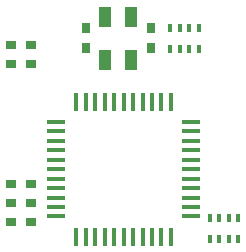
<source format=gbp>
G04 DipTrace 2.3.1.0*
%INminishiftmaster_BottomPaste.gbp*%
%MOIN*%
%ADD43R,0.0394X0.0709*%
%ADD49R,0.0138X0.0295*%
%ADD53R,0.0118X0.063*%
%ADD55R,0.063X0.0118*%
%ADD69R,0.0354X0.0315*%
%ADD71R,0.0315X0.0354*%
%FSLAX44Y44*%
G04*
G70*
G90*
G75*
G01*
%LNBotPaste*%
%LPD*%
D71*
X9401Y12776D3*
Y13446D3*
X7236D3*
Y12777D3*
D69*
X5406Y12236D3*
X4736D3*
X5406Y12861D3*
X4736D3*
Y8236D3*
X5405D3*
D55*
X6242Y7161D3*
Y7476D3*
Y7791D3*
Y8106D3*
Y8421D3*
Y8736D3*
Y9051D3*
Y9366D3*
Y9681D3*
Y9996D3*
Y10311D3*
D53*
X6911Y10980D3*
X7226D3*
X7541D3*
X7856D3*
X8171D3*
X8486D3*
X8801D3*
X9116D3*
X9431D3*
X9746D3*
X10061D3*
D55*
X10730Y10311D3*
Y9996D3*
Y9681D3*
Y9366D3*
Y9051D3*
Y8736D3*
Y8421D3*
Y8106D3*
Y7791D3*
Y7476D3*
Y7161D3*
D53*
X10061Y6492D3*
X9746D3*
X9431D3*
X9116D3*
X8801D3*
X8486D3*
X8171D3*
X7856D3*
X7541D3*
X7226D3*
X6911D3*
D69*
X4736Y6986D3*
X5406D3*
X4736Y7611D3*
X5406D3*
D49*
X10986Y12736D3*
X10671D3*
X10356D3*
X10041D3*
Y13445D3*
X10356D3*
X10671D3*
X10986D3*
X11361Y7111D3*
X11676D3*
X11991D3*
X12306D3*
Y6403D3*
X11991D3*
X11676D3*
X11361D3*
D43*
X7861Y12361D3*
Y13818D3*
X8727D3*
Y12361D3*
M02*

</source>
